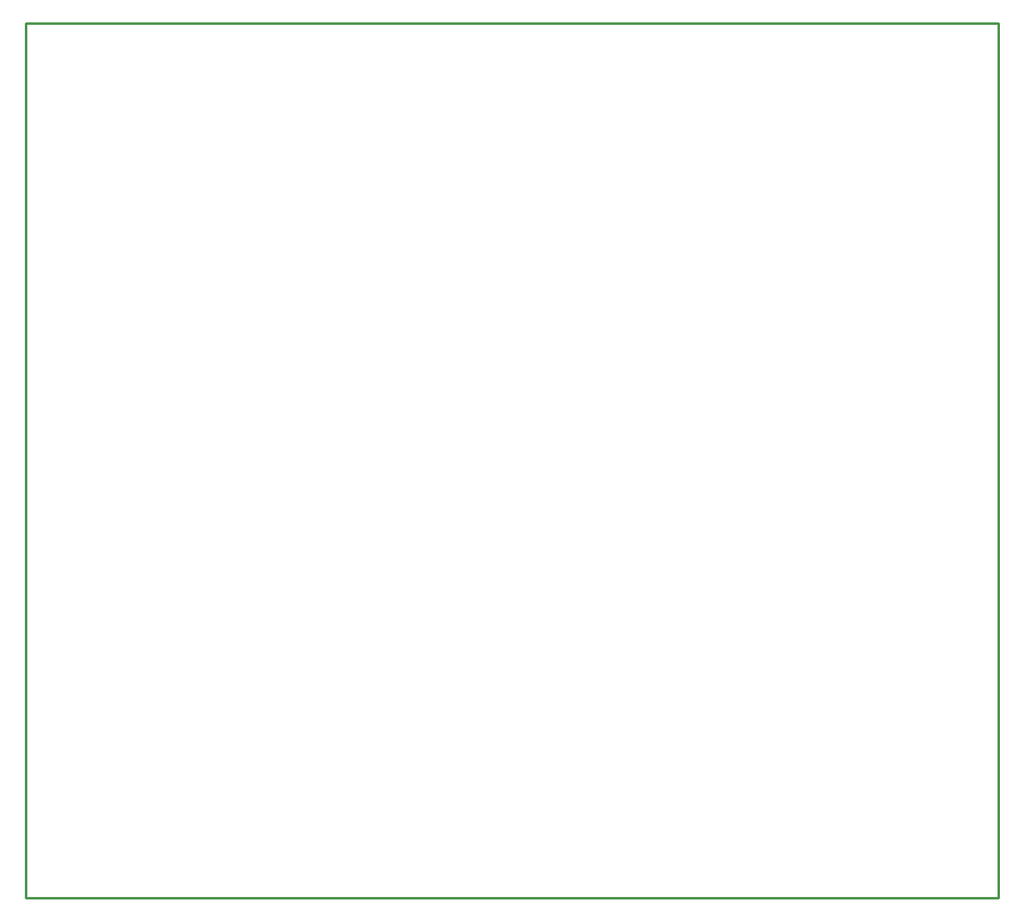
<source format=gko>
G04*
G04 #@! TF.GenerationSoftware,Altium Limited,Altium Designer,21.4.1 (30)*
G04*
G04 Layer_Color=16711935*
%FSLAX25Y25*%
%MOIN*%
G70*
G04*
G04 #@! TF.SameCoordinates,FB31E628-B40C-45E7-AE42-562EE5F46966*
G04*
G04*
G04 #@! TF.FilePolarity,Positive*
G04*
G01*
G75*
%ADD12C,0.01000*%
D12*
X232500Y470500D02*
X624000Y470500D01*
X624000Y118500D01*
X232500Y118500D02*
X624000Y118500D01*
X232500Y470500D02*
X232500Y118500D01*
M02*

</source>
